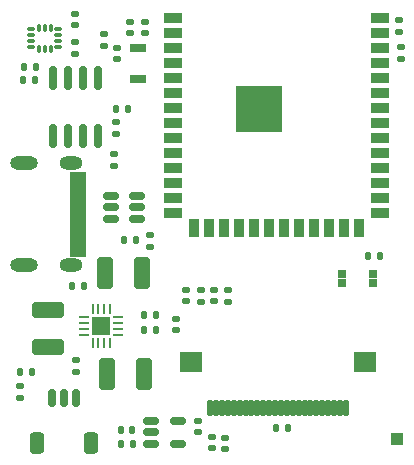
<source format=gbr>
%TF.GenerationSoftware,KiCad,Pcbnew,9.0.3*%
%TF.CreationDate,2025-09-17T23:32:25+02:00*%
%TF.ProjectId,Wear Camera,57656172-2043-4616-9d65-72612e6b6963,rev?*%
%TF.SameCoordinates,Original*%
%TF.FileFunction,Soldermask,Top*%
%TF.FilePolarity,Negative*%
%FSLAX46Y46*%
G04 Gerber Fmt 4.6, Leading zero omitted, Abs format (unit mm)*
G04 Created by KiCad (PCBNEW 9.0.3) date 2025-09-17 23:32:25*
%MOMM*%
%LPD*%
G01*
G04 APERTURE LIST*
G04 Aperture macros list*
%AMRoundRect*
0 Rectangle with rounded corners*
0 $1 Rounding radius*
0 $2 $3 $4 $5 $6 $7 $8 $9 X,Y pos of 4 corners*
0 Add a 4 corners polygon primitive as box body*
4,1,4,$2,$3,$4,$5,$6,$7,$8,$9,$2,$3,0*
0 Add four circle primitives for the rounded corners*
1,1,$1+$1,$2,$3*
1,1,$1+$1,$4,$5*
1,1,$1+$1,$6,$7*
1,1,$1+$1,$8,$9*
0 Add four rect primitives between the rounded corners*
20,1,$1+$1,$2,$3,$4,$5,0*
20,1,$1+$1,$4,$5,$6,$7,0*
20,1,$1+$1,$6,$7,$8,$9,0*
20,1,$1+$1,$8,$9,$2,$3,0*%
G04 Aperture macros list end*
%ADD10C,0.010000*%
%ADD11RoundRect,0.135000X0.135000X0.185000X-0.135000X0.185000X-0.135000X-0.185000X0.135000X-0.185000X0*%
%ADD12RoundRect,0.135000X-0.135000X-0.185000X0.135000X-0.185000X0.135000X0.185000X-0.135000X0.185000X0*%
%ADD13RoundRect,0.135000X0.185000X-0.135000X0.185000X0.135000X-0.185000X0.135000X-0.185000X-0.135000X0*%
%ADD14RoundRect,0.140000X0.170000X-0.140000X0.170000X0.140000X-0.170000X0.140000X-0.170000X-0.140000X0*%
%ADD15RoundRect,0.140000X-0.170000X0.140000X-0.170000X-0.140000X0.170000X-0.140000X0.170000X0.140000X0*%
%ADD16RoundRect,0.135000X-0.185000X0.135000X-0.185000X-0.135000X0.185000X-0.135000X0.185000X0.135000X0*%
%ADD17RoundRect,0.062500X0.062500X-0.375000X0.062500X0.375000X-0.062500X0.375000X-0.062500X-0.375000X0*%
%ADD18RoundRect,0.062500X0.375000X-0.062500X0.375000X0.062500X-0.375000X0.062500X-0.375000X-0.062500X0*%
%ADD19R,1.600000X1.600000*%
%ADD20RoundRect,0.250000X-0.412500X-1.100000X0.412500X-1.100000X0.412500X1.100000X-0.412500X1.100000X0*%
%ADD21RoundRect,0.150000X0.150000X-0.825000X0.150000X0.825000X-0.150000X0.825000X-0.150000X-0.825000X0*%
%ADD22RoundRect,0.102000X0.275000X-0.275000X0.275000X0.275000X-0.275000X0.275000X-0.275000X-0.275000X0*%
%ADD23RoundRect,0.087500X0.225000X0.087500X-0.225000X0.087500X-0.225000X-0.087500X0.225000X-0.087500X0*%
%ADD24RoundRect,0.087500X0.087500X0.225000X-0.087500X0.225000X-0.087500X-0.225000X0.087500X-0.225000X0*%
%ADD25RoundRect,0.250000X1.100000X-0.412500X1.100000X0.412500X-1.100000X0.412500X-1.100000X-0.412500X0*%
%ADD26RoundRect,0.140000X-0.140000X-0.170000X0.140000X-0.170000X0.140000X0.170000X-0.140000X0.170000X0*%
%ADD27RoundRect,0.102000X0.125000X0.550000X-0.125000X0.550000X-0.125000X-0.550000X0.125000X-0.550000X0*%
%ADD28RoundRect,0.102000X0.850000X0.750000X-0.850000X0.750000X-0.850000X-0.750000X0.850000X-0.750000X0*%
%ADD29O,2.352400X1.152400*%
%ADD30O,1.952400X1.152400*%
%ADD31R,1.000000X1.000000*%
%ADD32RoundRect,0.147500X-0.147500X-0.172500X0.147500X-0.172500X0.147500X0.172500X-0.147500X0.172500X0*%
%ADD33RoundRect,0.102000X0.275000X0.275000X-0.275000X0.275000X-0.275000X-0.275000X0.275000X-0.275000X0*%
%ADD34R,1.500000X0.900000*%
%ADD35R,0.900000X1.500000*%
%ADD36C,0.600000*%
%ADD37R,3.900000X3.900000*%
%ADD38RoundRect,0.150000X-0.512500X-0.150000X0.512500X-0.150000X0.512500X0.150000X-0.512500X0.150000X0*%
%ADD39RoundRect,0.150000X-0.150000X-0.625000X0.150000X-0.625000X0.150000X0.625000X-0.150000X0.625000X0*%
%ADD40RoundRect,0.250000X-0.350000X-0.650000X0.350000X-0.650000X0.350000X0.650000X-0.350000X0.650000X0*%
G04 APERTURE END LIST*
D10*
%TO.C,U9*%
X83588500Y-104802300D02*
X82311500Y-104802300D01*
X82311500Y-104085300D01*
X83588500Y-104085300D01*
X83588500Y-104802300D01*
G36*
X83588500Y-104802300D02*
G01*
X82311500Y-104802300D01*
X82311500Y-104085300D01*
X83588500Y-104085300D01*
X83588500Y-104802300D01*
G37*
X83588500Y-105602300D02*
X82311500Y-105602300D01*
X82311500Y-104885300D01*
X83588500Y-104885300D01*
X83588500Y-105602300D01*
G36*
X83588500Y-105602300D02*
G01*
X82311500Y-105602300D01*
X82311500Y-104885300D01*
X83588500Y-104885300D01*
X83588500Y-105602300D01*
G37*
X83588500Y-106106300D02*
X82311500Y-106106300D01*
X82311500Y-105681300D01*
X83588500Y-105681300D01*
X83588500Y-106106300D01*
G36*
X83588500Y-106106300D02*
G01*
X82311500Y-106106300D01*
X82311500Y-105681300D01*
X83588500Y-105681300D01*
X83588500Y-106106300D01*
G37*
X83588500Y-106606300D02*
X82311500Y-106606300D01*
X82311500Y-106181300D01*
X83588500Y-106181300D01*
X83588500Y-106606300D01*
G36*
X83588500Y-106606300D02*
G01*
X82311500Y-106606300D01*
X82311500Y-106181300D01*
X83588500Y-106181300D01*
X83588500Y-106606300D01*
G37*
X83588500Y-107106300D02*
X82311500Y-107106300D01*
X82311500Y-106681300D01*
X83588500Y-106681300D01*
X83588500Y-107106300D01*
G36*
X83588500Y-107106300D02*
G01*
X82311500Y-107106300D01*
X82311500Y-106681300D01*
X83588500Y-106681300D01*
X83588500Y-107106300D01*
G37*
X83588500Y-107606300D02*
X82311500Y-107606300D01*
X82311500Y-107181300D01*
X83588500Y-107181300D01*
X83588500Y-107606300D01*
G36*
X83588500Y-107606300D02*
G01*
X82311500Y-107606300D01*
X82311500Y-107181300D01*
X83588500Y-107181300D01*
X83588500Y-107606300D01*
G37*
X83588500Y-108106300D02*
X82311500Y-108106300D01*
X82311500Y-107681300D01*
X83588500Y-107681300D01*
X83588500Y-108106300D01*
G36*
X83588500Y-108106300D02*
G01*
X82311500Y-108106300D01*
X82311500Y-107681300D01*
X83588500Y-107681300D01*
X83588500Y-108106300D01*
G37*
X83588500Y-108606300D02*
X82311500Y-108606300D01*
X82311500Y-108181300D01*
X83588500Y-108181300D01*
X83588500Y-108606300D01*
G36*
X83588500Y-108606300D02*
G01*
X82311500Y-108606300D01*
X82311500Y-108181300D01*
X83588500Y-108181300D01*
X83588500Y-108606300D01*
G37*
X83588500Y-109106300D02*
X82311500Y-109106300D01*
X82311500Y-108681300D01*
X83588500Y-108681300D01*
X83588500Y-109106300D01*
G36*
X83588500Y-109106300D02*
G01*
X82311500Y-109106300D01*
X82311500Y-108681300D01*
X83588500Y-108681300D01*
X83588500Y-109106300D01*
G37*
X83588500Y-109606300D02*
X82311500Y-109606300D01*
X82311500Y-109181300D01*
X83588500Y-109181300D01*
X83588500Y-109606300D01*
G36*
X83588500Y-109606300D02*
G01*
X82311500Y-109606300D01*
X82311500Y-109181300D01*
X83588500Y-109181300D01*
X83588500Y-109606300D01*
G37*
X83588500Y-110402300D02*
X82311500Y-110402300D01*
X82311500Y-109685300D01*
X83588500Y-109685300D01*
X83588500Y-110402300D01*
G36*
X83588500Y-110402300D02*
G01*
X82311500Y-110402300D01*
X82311500Y-109685300D01*
X83588500Y-109685300D01*
X83588500Y-110402300D01*
G37*
X83588500Y-111202300D02*
X82311500Y-111202300D01*
X82311500Y-110485300D01*
X83588500Y-110485300D01*
X83588500Y-111202300D01*
G36*
X83588500Y-111202300D02*
G01*
X82311500Y-111202300D01*
X82311500Y-110485300D01*
X83588500Y-110485300D01*
X83588500Y-111202300D01*
G37*
%TD*%
D11*
%TO.C,R18*%
X108560000Y-111193800D03*
X107540000Y-111193800D03*
%TD*%
D12*
%TO.C,R22*%
X78040000Y-120993800D03*
X79060000Y-120993800D03*
%TD*%
D13*
%TO.C,R1*%
X95650000Y-115103800D03*
X95650000Y-114083800D03*
%TD*%
D14*
%TO.C,C5*%
X95400000Y-127543800D03*
X95400000Y-126583800D03*
%TD*%
D15*
%TO.C,C9*%
X91250000Y-116513800D03*
X91250000Y-117473800D03*
%TD*%
D16*
%TO.C,R10*%
X86050000Y-102583800D03*
X86050000Y-103603800D03*
%TD*%
D13*
%TO.C,R31*%
X82750000Y-94103800D03*
X82750000Y-93083800D03*
%TD*%
D17*
%TO.C,U11*%
X84200000Y-118593800D03*
X84700000Y-118593800D03*
X85200000Y-118593800D03*
X85700000Y-118593800D03*
D18*
X86387500Y-117906300D03*
X86387500Y-117406300D03*
X86387500Y-116906300D03*
X86387500Y-116406300D03*
D17*
X85700000Y-115718800D03*
X85200000Y-115718800D03*
X84700000Y-115718800D03*
X84200000Y-115718800D03*
D18*
X83512500Y-116406300D03*
X83512500Y-116906300D03*
X83512500Y-117406300D03*
X83512500Y-117906300D03*
D19*
X84950000Y-117156300D03*
%TD*%
D15*
%TO.C,C14*%
X82750000Y-90713800D03*
X82750000Y-91673800D03*
%TD*%
%TO.C,C4*%
X94300000Y-126543800D03*
X94300000Y-127503800D03*
%TD*%
D11*
%TO.C,R16*%
X87660000Y-127093800D03*
X86640000Y-127093800D03*
%TD*%
D20*
%TO.C,C27*%
X85275000Y-112656300D03*
X88400000Y-112656300D03*
%TD*%
D21*
%TO.C,U3*%
X80810000Y-101093800D03*
X82080000Y-101093800D03*
X83350000Y-101093800D03*
X84620000Y-101093800D03*
X84620000Y-96143800D03*
X83350000Y-96143800D03*
X82080000Y-96143800D03*
X80810000Y-96143800D03*
%TD*%
D14*
%TO.C,C6*%
X86300000Y-94523800D03*
X86300000Y-93563800D03*
%TD*%
D12*
%TO.C,R27*%
X82427500Y-113756300D03*
X83447500Y-113756300D03*
%TD*%
D16*
%TO.C,R17*%
X85150000Y-92433800D03*
X85150000Y-93453800D03*
%TD*%
D22*
%TO.C,S1*%
X87675000Y-96268800D03*
X88425000Y-96268800D03*
X87675000Y-93618800D03*
X88425000Y-93618800D03*
%TD*%
D15*
%TO.C,C12*%
X92100000Y-114063800D03*
X92100000Y-115023800D03*
%TD*%
D12*
%TO.C,R32*%
X78390000Y-95193800D03*
X79410000Y-95193800D03*
%TD*%
D13*
%TO.C,R21*%
X78050000Y-123203800D03*
X78050000Y-122183800D03*
%TD*%
D15*
%TO.C,C3*%
X93150000Y-125163800D03*
X93150000Y-126123800D03*
%TD*%
D11*
%TO.C,R9*%
X87210000Y-98793800D03*
X86190000Y-98793800D03*
%TD*%
D23*
%TO.C,U4*%
X81312500Y-93531300D03*
X81312500Y-93031300D03*
X81312500Y-92531300D03*
X81312500Y-92031300D03*
D24*
X80650000Y-91868800D03*
X80150000Y-91868800D03*
X79650000Y-91868800D03*
D23*
X78987500Y-92031300D03*
X78987500Y-92531300D03*
X78987500Y-93031300D03*
X78987500Y-93531300D03*
D24*
X79650000Y-93693800D03*
X80150000Y-93693800D03*
X80650000Y-93693800D03*
%TD*%
D25*
%TO.C,C26*%
X80387500Y-118918800D03*
X80387500Y-115793800D03*
%TD*%
D15*
%TO.C,C1*%
X88650000Y-91413800D03*
X88650000Y-92373800D03*
%TD*%
D26*
%TO.C,C13*%
X78340000Y-96343800D03*
X79300000Y-96343800D03*
%TD*%
D27*
%TO.C,J2*%
X105650000Y-124093800D03*
X105150000Y-124093800D03*
X104650000Y-124093800D03*
X104150000Y-124093800D03*
X103650000Y-124093800D03*
X103150000Y-124093800D03*
X102650000Y-124093800D03*
X102150000Y-124093800D03*
X101650000Y-124093800D03*
X101150000Y-124093800D03*
X100650000Y-124093800D03*
X100150000Y-124093800D03*
X99650000Y-124093800D03*
X99150000Y-124093800D03*
X98650000Y-124093800D03*
X98150000Y-124093800D03*
X97650000Y-124093800D03*
X97150000Y-124093800D03*
X96650000Y-124093800D03*
X96150000Y-124093800D03*
X95650000Y-124093800D03*
X95150000Y-124093800D03*
X94650000Y-124093800D03*
X94150000Y-124093800D03*
D28*
X92500000Y-120193800D03*
X107300000Y-120193800D03*
%TD*%
D12*
%TO.C,R7*%
X99740000Y-125793800D03*
X100760000Y-125793800D03*
%TD*%
D29*
%TO.C,U9*%
X78375000Y-103323800D03*
X78375000Y-111963800D03*
D30*
X82375000Y-103323800D03*
X82375000Y-111963800D03*
%TD*%
D31*
%TO.C,TP1*%
X109980000Y-126733800D03*
%TD*%
D32*
%TO.C,D16*%
X88565000Y-116243800D03*
X89535000Y-116243800D03*
%TD*%
D13*
%TO.C,R26*%
X82787500Y-121026300D03*
X82787500Y-120006300D03*
%TD*%
D32*
%TO.C,D15*%
X88565000Y-117443800D03*
X89535000Y-117443800D03*
%TD*%
D13*
%TO.C,R14*%
X110150000Y-92253800D03*
X110150000Y-91233800D03*
%TD*%
D33*
%TO.C,S2*%
X107975000Y-113518800D03*
X107975000Y-112768800D03*
X105325000Y-113518800D03*
X105325000Y-112768800D03*
%TD*%
D34*
%TO.C,U2*%
X91015000Y-91083800D03*
X91015000Y-92353800D03*
X91015000Y-93623800D03*
X91015000Y-94893800D03*
X91015000Y-96163800D03*
X91015000Y-97433800D03*
X91015000Y-98703800D03*
X91015000Y-99973800D03*
X91015000Y-101243800D03*
X91015000Y-102513800D03*
X91015000Y-103783800D03*
X91015000Y-105053800D03*
X91015000Y-106323800D03*
X91015000Y-107593800D03*
D35*
X92780000Y-108843800D03*
X94050000Y-108843800D03*
X95320000Y-108843800D03*
X96590000Y-108843800D03*
X97860000Y-108843800D03*
X99130000Y-108843800D03*
X100400000Y-108843800D03*
X101670000Y-108843800D03*
X102940000Y-108843800D03*
X104210000Y-108843800D03*
X105480000Y-108843800D03*
X106750000Y-108843800D03*
D34*
X108515000Y-107593800D03*
X108515000Y-106323800D03*
X108515000Y-105053800D03*
X108515000Y-103783800D03*
X108515000Y-102513800D03*
X108515000Y-101243800D03*
X108515000Y-99973800D03*
X108515000Y-98703800D03*
X108515000Y-97433800D03*
X108515000Y-96163800D03*
X108515000Y-94893800D03*
X108515000Y-93623800D03*
X108515000Y-92353800D03*
X108515000Y-91083800D03*
D36*
X96865000Y-98103800D03*
X96865000Y-99503800D03*
X97565000Y-97403800D03*
X97565000Y-98803800D03*
X97565000Y-100203800D03*
X98265000Y-98103800D03*
D37*
X98265000Y-98803800D03*
D36*
X98265000Y-99503800D03*
X98965000Y-97403800D03*
X98965000Y-98803800D03*
X98965000Y-100203800D03*
X99665000Y-98103800D03*
X99665000Y-99503800D03*
%TD*%
D38*
%TO.C,U5*%
X89150000Y-125193800D03*
X89150000Y-126143800D03*
X89150000Y-127093800D03*
X91425000Y-127093800D03*
X91425000Y-125193800D03*
%TD*%
D26*
%TO.C,C10*%
X86620000Y-125943800D03*
X87580000Y-125943800D03*
%TD*%
D20*
%TO.C,C28*%
X85387500Y-121193800D03*
X88512500Y-121193800D03*
%TD*%
D12*
%TO.C,R19*%
X86840000Y-109843800D03*
X87860000Y-109843800D03*
%TD*%
D38*
%TO.C,U10*%
X85725000Y-106143800D03*
X85725000Y-107093800D03*
X85725000Y-108043800D03*
X88000000Y-108043800D03*
X88000000Y-107093800D03*
X88000000Y-106143800D03*
%TD*%
D39*
%TO.C,J4*%
X80800000Y-123193800D03*
X81800000Y-123193800D03*
X82800000Y-123193800D03*
D40*
X79500000Y-127068800D03*
X84100000Y-127068800D03*
%TD*%
D16*
%TO.C,R30*%
X110300000Y-93483800D03*
X110300000Y-94503800D03*
%TD*%
D14*
%TO.C,C7*%
X93350000Y-115073800D03*
X93350000Y-114113800D03*
%TD*%
D13*
%TO.C,R8*%
X86200000Y-100903800D03*
X86200000Y-99883800D03*
%TD*%
D16*
%TO.C,R20*%
X89100000Y-109433800D03*
X89100000Y-110453800D03*
%TD*%
D15*
%TO.C,C2*%
X87350000Y-91413800D03*
X87350000Y-92373800D03*
%TD*%
D14*
%TO.C,C8*%
X94500000Y-115043800D03*
X94500000Y-114083800D03*
%TD*%
M02*

</source>
